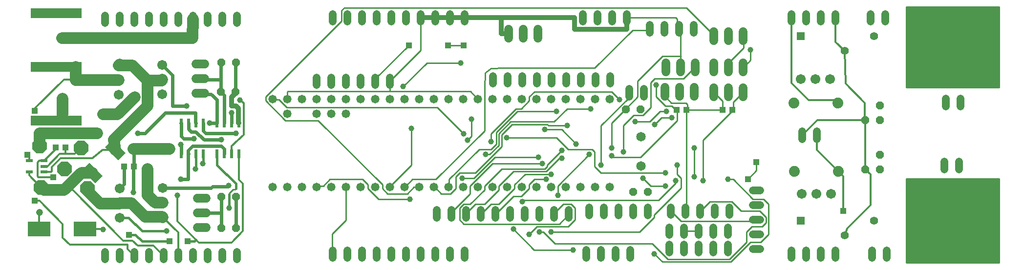
<source format=gbl>
G75*
%MOIN*%
%OFA0B0*%
%FSLAX25Y25*%
%IPPOS*%
%LPD*%
%AMOC8*
5,1,8,0,0,1.08239X$1,22.5*
%
%ADD10OC8,0.05200*%
%ADD11C,0.06000*%
%ADD12OC8,0.10000*%
%ADD13C,0.05800*%
%ADD14C,0.06750*%
%ADD15R,0.02100X0.06300*%
%ADD16C,0.06500*%
%ADD17C,0.05200*%
%ADD18R,0.15748X0.09843*%
%ADD19R,0.35000X0.07000*%
%ADD20R,0.05543X0.05543*%
%ADD21C,0.05543*%
%ADD22C,0.07400*%
%ADD23R,0.03937X0.04331*%
%ADD24R,0.07087X0.12598*%
%ADD25R,0.04724X0.02362*%
%ADD26C,0.02400*%
%ADD27C,0.03962*%
%ADD28C,0.01000*%
%ADD29C,0.01575*%
%ADD30C,0.03200*%
%ADD31C,0.03187*%
%ADD32C,0.00984*%
%ADD33R,0.03962X0.03962*%
%ADD34C,0.05000*%
%ADD35C,0.07874*%
%ADD36C,0.01200*%
%ADD37C,0.04750*%
%ADD38R,0.04750X0.04750*%
%ADD39C,0.04000*%
%ADD40C,0.01600*%
%ADD41R,0.03100X0.03100*%
%ADD42C,0.03100*%
D10*
X0251967Y0149681D03*
X0261967Y0149681D03*
X0261967Y0171020D03*
X0251967Y0171020D03*
X0251573Y0242634D03*
X0261573Y0242634D03*
X0261967Y0262594D03*
X0251967Y0262594D03*
X0528089Y0230665D03*
X0538089Y0230665D03*
X0533148Y0174209D03*
X0543148Y0174209D03*
X0691396Y0189799D03*
X0701396Y0189799D03*
X0701396Y0199799D03*
X0701396Y0223264D03*
X0691396Y0223264D03*
X0701396Y0233264D03*
D11*
X0607974Y0239366D02*
X0607974Y0245366D01*
X0597974Y0245366D02*
X0597974Y0239366D01*
X0587974Y0239366D02*
X0587974Y0245366D01*
X0574510Y0245681D02*
X0574510Y0239681D01*
X0564510Y0239681D02*
X0564510Y0245681D01*
X0554510Y0245681D02*
X0554510Y0239681D01*
X0555297Y0256374D02*
X0555297Y0262374D01*
X0565297Y0262374D02*
X0565297Y0256374D01*
X0575297Y0256374D02*
X0575297Y0262374D01*
X0587974Y0262453D02*
X0587974Y0256453D01*
X0597974Y0256453D02*
X0597974Y0262453D01*
X0607974Y0262453D02*
X0607974Y0256453D01*
X0608100Y0277835D02*
X0608100Y0283835D01*
X0598100Y0283835D02*
X0598100Y0277835D01*
X0588100Y0277835D02*
X0588100Y0283835D01*
X0468112Y0285382D02*
X0468112Y0279382D01*
X0458112Y0279382D02*
X0458112Y0285382D01*
X0448112Y0285382D02*
X0448112Y0279382D01*
X0240793Y0261650D02*
X0234793Y0261650D01*
X0234793Y0251650D02*
X0240793Y0251650D01*
X0240793Y0241650D02*
X0234793Y0241650D01*
X0235581Y0169988D02*
X0241581Y0169988D01*
X0241581Y0159988D02*
X0235581Y0159988D01*
X0235581Y0149988D02*
X0241581Y0149988D01*
D12*
X0160510Y0176807D03*
X0145116Y0189878D03*
X0129014Y0177516D03*
X0128069Y0205665D03*
X0156415Y0204484D03*
D13*
X0287100Y0177862D03*
X0297100Y0177862D03*
X0307100Y0177862D03*
X0317100Y0177862D03*
X0327100Y0177862D03*
X0337100Y0177862D03*
X0347100Y0177862D03*
X0357100Y0177862D03*
X0367100Y0177862D03*
X0377100Y0177862D03*
X0387100Y0177862D03*
X0397100Y0177862D03*
X0407100Y0177862D03*
X0417100Y0177862D03*
X0427100Y0177862D03*
X0437100Y0177862D03*
X0447100Y0177862D03*
X0457100Y0177862D03*
X0467100Y0177862D03*
X0477100Y0177862D03*
X0487100Y0177862D03*
X0497100Y0177862D03*
X0507100Y0177862D03*
X0517100Y0177862D03*
X0517100Y0237862D03*
X0507100Y0237862D03*
X0497100Y0237862D03*
X0487100Y0237862D03*
X0477100Y0237862D03*
X0467100Y0237862D03*
X0457100Y0237862D03*
X0447100Y0237862D03*
X0437100Y0237862D03*
X0427100Y0237862D03*
X0417100Y0237862D03*
X0407100Y0237862D03*
X0397100Y0237862D03*
X0387100Y0237862D03*
X0377100Y0237862D03*
X0367100Y0237862D03*
X0357100Y0237862D03*
X0347100Y0237862D03*
X0337100Y0237862D03*
X0327100Y0237862D03*
X0317100Y0237862D03*
X0307100Y0237862D03*
X0297100Y0237862D03*
X0287100Y0237862D03*
X0297100Y0227862D03*
X0317100Y0227862D03*
X0327100Y0227862D03*
X0337100Y0227862D03*
D14*
X0212085Y0177043D03*
X0212085Y0167043D03*
X0212085Y0157043D03*
X0182675Y0156650D03*
X0182675Y0166650D03*
X0182675Y0176650D03*
X0181998Y0240862D03*
X0181998Y0250862D03*
X0181998Y0260862D03*
X0211793Y0260941D03*
X0211793Y0250941D03*
X0211793Y0240941D03*
X0647360Y0251394D03*
X0657360Y0251394D03*
X0667360Y0251394D03*
X0667852Y0173146D03*
X0657852Y0173146D03*
X0647852Y0173146D03*
D15*
X0263955Y0200412D03*
X0258955Y0200412D03*
X0253955Y0200412D03*
X0248955Y0200412D03*
X0239545Y0200412D03*
X0234545Y0200412D03*
X0229545Y0200412D03*
X0224545Y0200412D03*
X0224545Y0221312D03*
X0229545Y0221312D03*
X0234545Y0221312D03*
X0239545Y0221312D03*
X0248955Y0221312D03*
X0253955Y0221312D03*
X0258955Y0221312D03*
X0263955Y0221312D03*
D16*
X0538435Y0212185D03*
X0538435Y0192185D03*
D17*
X0172557Y0133423D02*
X0172557Y0128223D01*
X0182557Y0128223D02*
X0182557Y0133423D01*
X0192557Y0133423D02*
X0192557Y0128223D01*
X0202557Y0128223D02*
X0202557Y0133423D01*
X0212557Y0133423D02*
X0212557Y0128223D01*
X0222557Y0128223D02*
X0222557Y0133423D01*
X0232557Y0133423D02*
X0232557Y0128223D01*
X0242557Y0128223D02*
X0242557Y0133423D01*
X0252557Y0133423D02*
X0252557Y0128223D01*
X0262557Y0128223D02*
X0262557Y0133423D01*
X0328069Y0134407D02*
X0328069Y0129207D01*
X0338069Y0129207D02*
X0338069Y0134407D01*
X0348069Y0134407D02*
X0348069Y0129207D01*
X0358069Y0129207D02*
X0358069Y0134407D01*
X0368069Y0134407D02*
X0368069Y0129207D01*
X0378069Y0129207D02*
X0378069Y0134407D01*
X0388069Y0134407D02*
X0388069Y0129207D01*
X0398069Y0129207D02*
X0398069Y0134407D01*
X0408069Y0134407D02*
X0408069Y0129207D01*
X0418069Y0129207D02*
X0418069Y0134407D01*
X0418935Y0156766D02*
X0418935Y0161966D01*
X0408935Y0161966D02*
X0408935Y0156766D01*
X0398935Y0156766D02*
X0398935Y0161966D01*
X0428935Y0161966D02*
X0428935Y0156766D01*
X0438935Y0156766D02*
X0438935Y0161966D01*
X0448935Y0161966D02*
X0448935Y0156766D01*
X0458935Y0156766D02*
X0458935Y0161966D01*
X0468935Y0161966D02*
X0468935Y0156766D01*
X0478935Y0156766D02*
X0478935Y0161966D01*
X0488935Y0161966D02*
X0488935Y0156766D01*
X0502872Y0158490D02*
X0502872Y0163690D01*
X0512872Y0163690D02*
X0512872Y0158490D01*
X0522872Y0158490D02*
X0522872Y0163690D01*
X0532872Y0163690D02*
X0532872Y0158490D01*
X0542872Y0158490D02*
X0542872Y0163690D01*
X0558667Y0163738D02*
X0558667Y0158538D01*
X0568667Y0158538D02*
X0568667Y0163738D01*
X0578667Y0163738D02*
X0578667Y0158538D01*
X0588667Y0158538D02*
X0588667Y0163738D01*
X0598667Y0163738D02*
X0598667Y0158538D01*
X0614563Y0155429D02*
X0619763Y0155429D01*
X0597793Y0150155D02*
X0597793Y0144955D01*
X0597793Y0138344D02*
X0597793Y0133144D01*
X0587793Y0133144D02*
X0587793Y0138344D01*
X0577793Y0138344D02*
X0577793Y0133144D01*
X0567793Y0133144D02*
X0567793Y0138344D01*
X0557793Y0138344D02*
X0557793Y0133144D01*
X0557793Y0144955D02*
X0557793Y0150155D01*
X0567793Y0150155D02*
X0567793Y0144955D01*
X0577793Y0144955D02*
X0577793Y0150155D01*
X0587793Y0150155D02*
X0587793Y0144955D01*
X0614563Y0145429D02*
X0619763Y0145429D01*
X0619763Y0135429D02*
X0614563Y0135429D01*
X0640963Y0134407D02*
X0640963Y0129207D01*
X0650963Y0129207D02*
X0650963Y0134407D01*
X0660963Y0134407D02*
X0660963Y0129207D01*
X0670963Y0129207D02*
X0670963Y0134407D01*
X0696081Y0134407D02*
X0696081Y0129207D01*
X0706081Y0129207D02*
X0706081Y0134407D01*
X0619763Y0165429D02*
X0614563Y0165429D01*
X0614563Y0175429D02*
X0619763Y0175429D01*
X0648344Y0210408D02*
X0648344Y0215608D01*
X0658344Y0215608D02*
X0658344Y0210408D01*
X0745293Y0194939D02*
X0745293Y0189739D01*
X0755293Y0189739D02*
X0755293Y0194939D01*
X0756437Y0232683D02*
X0756437Y0237883D01*
X0746437Y0237883D02*
X0746437Y0232683D01*
X0705077Y0290624D02*
X0705077Y0295824D01*
X0695077Y0295824D02*
X0695077Y0290624D01*
X0670963Y0290624D02*
X0670963Y0295824D01*
X0660963Y0295824D02*
X0660963Y0290624D01*
X0650963Y0290624D02*
X0650963Y0295824D01*
X0640963Y0295824D02*
X0640963Y0290624D01*
X0574211Y0288210D02*
X0574211Y0283010D01*
X0564211Y0283010D02*
X0564211Y0288210D01*
X0554211Y0288210D02*
X0554211Y0283010D01*
X0544211Y0283010D02*
X0544211Y0288210D01*
X0528738Y0290624D02*
X0528738Y0295824D01*
X0518738Y0295824D02*
X0518738Y0290624D01*
X0508738Y0290624D02*
X0508738Y0295824D01*
X0498738Y0295824D02*
X0498738Y0290624D01*
X0497203Y0253502D02*
X0497203Y0248302D01*
X0507203Y0248302D02*
X0507203Y0253502D01*
X0517203Y0253502D02*
X0517203Y0248302D01*
X0530234Y0244643D02*
X0530234Y0239443D01*
X0540234Y0239443D02*
X0540234Y0244643D01*
X0487203Y0248302D02*
X0487203Y0253502D01*
X0477203Y0253502D02*
X0477203Y0248302D01*
X0467203Y0248302D02*
X0467203Y0253502D01*
X0457203Y0253502D02*
X0457203Y0248302D01*
X0447203Y0248302D02*
X0447203Y0253502D01*
X0437203Y0253502D02*
X0437203Y0248302D01*
X0367065Y0247317D02*
X0367065Y0252517D01*
X0357065Y0252517D02*
X0357065Y0247317D01*
X0347065Y0247317D02*
X0347065Y0252517D01*
X0337065Y0252517D02*
X0337065Y0247317D01*
X0327065Y0247317D02*
X0327065Y0252517D01*
X0317065Y0252517D02*
X0317065Y0247317D01*
X0328069Y0290624D02*
X0328069Y0295824D01*
X0338069Y0295824D02*
X0338069Y0290624D01*
X0348069Y0290624D02*
X0348069Y0295824D01*
X0358069Y0295824D02*
X0358069Y0290624D01*
X0368069Y0290624D02*
X0368069Y0295824D01*
X0378069Y0295824D02*
X0378069Y0290624D01*
X0388069Y0290624D02*
X0388069Y0295824D01*
X0398069Y0295824D02*
X0398069Y0290624D01*
X0408069Y0290624D02*
X0408069Y0295824D01*
X0418069Y0295824D02*
X0418069Y0290624D01*
X0262557Y0289640D02*
X0262557Y0294840D01*
X0252557Y0294840D02*
X0252557Y0289640D01*
X0242557Y0289640D02*
X0242557Y0294840D01*
X0232557Y0294840D02*
X0232557Y0289640D01*
X0222557Y0289640D02*
X0222557Y0294840D01*
X0212557Y0294840D02*
X0212557Y0289640D01*
X0202557Y0289640D02*
X0202557Y0294840D01*
X0192557Y0294840D02*
X0192557Y0289640D01*
X0182557Y0289640D02*
X0182557Y0294840D01*
X0172557Y0294840D02*
X0172557Y0289640D01*
X0500938Y0134607D02*
X0500938Y0129407D01*
X0510938Y0129407D02*
X0510938Y0134607D01*
X0520938Y0134607D02*
X0520938Y0129407D01*
X0530938Y0129407D02*
X0530938Y0134607D01*
D18*
X0159156Y0148933D03*
X0127659Y0148933D03*
D19*
X0139439Y0222988D03*
X0139439Y0259602D03*
X0139439Y0296295D03*
D20*
X0647380Y0280843D03*
X0647380Y0154858D03*
D21*
X0677380Y0144858D03*
X0697380Y0154858D03*
X0677380Y0270843D03*
X0697380Y0280843D03*
D22*
X0672518Y0235154D03*
X0642518Y0235154D03*
X0643010Y0188402D03*
X0673010Y0188402D03*
D23*
X0600825Y0230232D03*
X0594132Y0230232D03*
X0569329Y0230232D03*
X0562636Y0230232D03*
X0192360Y0191846D03*
X0185667Y0191846D03*
X0145608Y0204642D03*
X0138915Y0204642D03*
D24*
G36*
X0157112Y0189392D02*
X0162123Y0194403D01*
X0171030Y0185496D01*
X0166019Y0180485D01*
X0157112Y0189392D01*
G37*
G36*
X0172702Y0204982D02*
X0177713Y0209993D01*
X0186620Y0201086D01*
X0181609Y0196075D01*
X0172702Y0204982D01*
G37*
D25*
X0131163Y0195587D03*
X0131163Y0191846D03*
X0131163Y0188106D03*
X0120880Y0188106D03*
X0120880Y0195587D03*
D26*
X0182675Y0176650D02*
X0185667Y0179642D01*
X0185667Y0191846D01*
X0191967Y0191453D02*
X0192360Y0191846D01*
X0192360Y0203264D01*
X0191967Y0203657D01*
X0194919Y0214484D02*
X0199841Y0214484D01*
X0213620Y0228264D01*
X0234289Y0228264D01*
X0234289Y0221568D01*
X0234545Y0221312D01*
X0229545Y0221312D02*
X0229545Y0217260D01*
X0231337Y0215469D01*
X0234289Y0215469D01*
X0240195Y0210055D01*
X0252006Y0210055D01*
X0252006Y0205626D02*
X0253974Y0203657D01*
X0253974Y0200432D01*
X0253955Y0200412D01*
X0253974Y0200393D01*
X0252006Y0205626D02*
X0232321Y0205626D01*
X0229368Y0202673D01*
X0229368Y0200235D01*
X0229545Y0200412D01*
X0229368Y0200235D02*
X0229368Y0182988D01*
X0224447Y0182988D01*
X0212124Y0177083D02*
X0212085Y0177043D01*
X0245077Y0177043D01*
X0246100Y0178067D01*
X0256435Y0178067D01*
X0256927Y0178559D01*
X0251967Y0171020D02*
X0251967Y0159366D01*
X0251344Y0159988D01*
X0238581Y0159988D01*
X0251967Y0159366D02*
X0251967Y0149681D01*
X0261967Y0149681D02*
X0261967Y0171020D01*
X0224545Y0200412D02*
X0224545Y0205528D01*
X0224447Y0206610D01*
X0226415Y0210547D02*
X0224545Y0212417D01*
X0224545Y0221312D01*
X0224447Y0221411D01*
X0239545Y0221312D02*
X0239545Y0216118D01*
X0241179Y0214484D01*
X0261848Y0214484D01*
X0258955Y0221312D02*
X0258955Y0228205D01*
X0258896Y0228264D01*
X0253955Y0221312D02*
X0253955Y0240252D01*
X0251573Y0242634D01*
X0251573Y0250902D01*
X0238541Y0250902D01*
X0237793Y0251650D01*
X0251573Y0250902D02*
X0251573Y0262201D01*
X0251967Y0262594D01*
X0261573Y0262201D02*
X0261967Y0262594D01*
X0261573Y0262201D02*
X0261573Y0242634D01*
X0248955Y0237220D02*
X0245116Y0241059D01*
X0238384Y0241059D01*
X0237793Y0241650D01*
X0248955Y0237220D02*
X0248955Y0221312D01*
X0244194Y0221312D01*
X0244132Y0221374D01*
X0233305Y0210547D02*
X0226415Y0210547D01*
X0191967Y0191453D02*
X0191967Y0174130D01*
X0218541Y0233185D02*
X0218541Y0254193D01*
X0211793Y0260941D01*
X0218541Y0233185D02*
X0228384Y0233185D01*
D27*
X0228384Y0233185D03*
X0258896Y0228264D03*
X0244132Y0221374D03*
X0261848Y0214484D03*
X0252006Y0210055D03*
X0233305Y0210547D03*
X0224447Y0206610D03*
X0239211Y0193815D03*
X0234289Y0189878D03*
X0224447Y0182988D03*
X0201809Y0189878D03*
X0191967Y0174130D03*
X0221986Y0172161D03*
X0256927Y0178559D03*
X0257419Y0163303D03*
X0214604Y0147555D03*
X0171297Y0148539D03*
X0194919Y0214484D03*
X0264801Y0237122D03*
X0376163Y0246370D03*
X0415486Y0262457D03*
X0480726Y0229390D03*
X0487876Y0219559D03*
X0472683Y0216878D03*
X0494132Y0207047D03*
X0484301Y0202579D03*
X0484301Y0197217D03*
X0470896Y0193642D03*
X0468215Y0198110D03*
X0477152Y0186492D03*
X0473577Y0182917D03*
X0481620Y0172193D03*
X0457490Y0167724D03*
X0451234Y0148957D03*
X0461959Y0145382D03*
X0469108Y0147169D03*
X0477152Y0147169D03*
X0491844Y0134764D03*
X0547478Y0132008D03*
X0554904Y0178449D03*
X0562053Y0182024D03*
X0554904Y0187386D03*
X0562947Y0192748D03*
X0574565Y0184705D03*
X0580821Y0182024D03*
X0597801Y0182917D03*
X0574565Y0204366D03*
X0547754Y0220453D03*
X0534348Y0222240D03*
X0555797Y0229390D03*
X0559372Y0224921D03*
X0523624Y0237433D03*
X0503963Y0231177D03*
X0548648Y0247264D03*
X0612994Y0271394D03*
X0518262Y0204366D03*
X0518262Y0199004D03*
X0503069Y0199898D03*
X0511112Y0192748D03*
X0526305Y0201685D03*
X0539711Y0183811D03*
X0446766Y0211516D03*
X0436041Y0208835D03*
X0419955Y0209728D03*
X0417274Y0214197D03*
X0422636Y0224028D03*
X0381526Y0217772D03*
X0432467Y0199898D03*
X0416380Y0183811D03*
X0380632Y0169512D03*
D28*
X0359183Y0169512D01*
X0352033Y0176661D01*
X0352033Y0179343D01*
X0348459Y0182917D01*
X0326116Y0182917D01*
X0321648Y0178449D01*
X0317179Y0178449D01*
X0317100Y0177862D01*
X0361864Y0176661D02*
X0365439Y0173087D01*
X0378844Y0173087D01*
X0383313Y0177555D01*
X0386888Y0177555D01*
X0387100Y0177862D01*
X0382419Y0182917D02*
X0377951Y0178449D01*
X0377100Y0177862D01*
X0382419Y0182917D02*
X0398506Y0182917D01*
X0431573Y0215984D01*
X0431573Y0245476D01*
X0432124Y0255823D01*
X0436061Y0258776D01*
X0444978Y0258882D01*
X0506644Y0258882D01*
X0532561Y0284799D01*
X0544179Y0284799D01*
X0544211Y0285610D01*
X0569203Y0299992D02*
X0587970Y0281224D01*
X0588100Y0280835D01*
X0565628Y0266925D02*
X0565297Y0266925D01*
X0553116Y0266925D01*
X0536136Y0249945D01*
X0536136Y0239220D01*
X0528093Y0231177D01*
X0528089Y0230665D01*
X0527199Y0230283D01*
X0518262Y0221346D01*
X0518262Y0204366D01*
X0506644Y0201685D02*
X0504856Y0203472D01*
X0488770Y0203472D01*
X0480726Y0211516D01*
X0446766Y0211516D01*
X0443191Y0213303D02*
X0443191Y0205260D01*
X0425317Y0187386D01*
X0414593Y0187386D01*
X0411911Y0184705D01*
X0411911Y0176661D01*
X0408337Y0173087D01*
X0402081Y0173087D01*
X0397612Y0177555D01*
X0397100Y0177862D01*
X0407100Y0177862D02*
X0407443Y0178449D01*
X0407443Y0182917D01*
X0427998Y0203472D01*
X0436041Y0203472D01*
X0439616Y0207047D01*
X0439616Y0215091D01*
X0453915Y0229390D01*
X0480726Y0229390D01*
X0478939Y0222240D02*
X0487876Y0231177D01*
X0503963Y0231177D01*
X0518262Y0242795D02*
X0523624Y0237433D01*
X0529880Y0238327D02*
X0529880Y0241902D01*
X0530234Y0242043D01*
X0529880Y0238327D02*
X0511112Y0219559D01*
X0511112Y0192748D01*
X0506644Y0191854D02*
X0511112Y0187386D01*
X0554904Y0187386D01*
X0562947Y0186492D02*
X0562947Y0192748D01*
X0562947Y0186492D02*
X0565628Y0183811D01*
X0565628Y0177055D01*
X0547254Y0158681D01*
X0547254Y0157000D01*
X0537423Y0147169D01*
X0477152Y0147169D01*
X0471789Y0147169D02*
X0479833Y0139126D01*
X0545967Y0139126D01*
X0556691Y0128402D01*
X0598695Y0128402D01*
X0610313Y0140020D01*
X0610313Y0147169D01*
X0613888Y0150744D01*
X0621037Y0150744D01*
X0623719Y0153425D01*
X0623719Y0157000D01*
X0619250Y0161469D01*
X0606738Y0161469D01*
X0600482Y0167724D01*
X0585289Y0167724D01*
X0579033Y0161469D01*
X0578667Y0161138D01*
X0569203Y0161469D02*
X0568667Y0161138D01*
X0569203Y0161469D02*
X0569203Y0229390D01*
X0569329Y0230232D01*
X0562947Y0229390D02*
X0562636Y0230232D01*
X0562053Y0230283D01*
X0559372Y0232965D01*
X0554904Y0232965D01*
X0548648Y0239220D01*
X0548648Y0247264D01*
X0545073Y0249051D02*
X0547754Y0251732D01*
X0567415Y0251732D01*
X0574565Y0258882D01*
X0575297Y0259374D01*
X0545073Y0249051D02*
X0545073Y0232071D01*
X0539711Y0226709D01*
X0533455Y0226709D01*
X0526305Y0219559D01*
X0526305Y0201685D01*
X0519156Y0198110D02*
X0518262Y0199004D01*
X0519156Y0198110D02*
X0537923Y0198110D01*
X0562947Y0223134D01*
X0562947Y0229390D01*
X0555797Y0229390D02*
X0551329Y0229390D01*
X0544179Y0222240D01*
X0534348Y0222240D01*
X0547754Y0220453D02*
X0552222Y0224921D01*
X0559372Y0224921D01*
X0580821Y0209728D02*
X0600482Y0229390D01*
X0600825Y0230232D01*
X0601376Y0230283D01*
X0601376Y0235646D01*
X0607632Y0241902D01*
X0607974Y0242366D01*
X0607974Y0259453D02*
X0608526Y0259776D01*
X0612994Y0264244D01*
X0612994Y0271394D01*
X0569203Y0299992D02*
X0335947Y0299992D01*
X0334159Y0298205D01*
X0334159Y0291055D01*
X0282325Y0239220D01*
X0282325Y0236539D01*
X0295730Y0223134D01*
X0318073Y0223134D01*
X0361864Y0179343D01*
X0361864Y0176661D01*
X0367100Y0177862D02*
X0367226Y0178449D01*
X0381526Y0192748D01*
X0381526Y0217772D01*
X0399400Y0232071D02*
X0417274Y0214197D01*
X0419955Y0209728D02*
X0422636Y0212409D01*
X0422636Y0224028D01*
X0436041Y0214197D02*
X0436041Y0208835D01*
X0436041Y0214197D02*
X0453022Y0231177D01*
X0456596Y0231177D01*
X0461959Y0236539D01*
X0461959Y0239220D01*
X0465533Y0242795D01*
X0518262Y0242795D01*
X0478939Y0222240D02*
X0449447Y0222240D01*
X0441404Y0214197D01*
X0441404Y0206154D01*
X0435148Y0199898D01*
X0432467Y0199898D01*
X0438722Y0198110D02*
X0424423Y0183811D01*
X0416380Y0183811D01*
X0421742Y0178449D02*
X0421742Y0173087D01*
X0408337Y0159681D01*
X0408935Y0159366D01*
X0414593Y0163256D02*
X0414593Y0155213D01*
X0417274Y0152531D01*
X0482514Y0152531D01*
X0488770Y0158787D01*
X0488935Y0159366D01*
X0493238Y0163256D02*
X0493238Y0155213D01*
X0488770Y0150744D01*
X0467321Y0150744D01*
X0461959Y0145382D01*
X0469108Y0147169D02*
X0471789Y0147169D01*
X0465427Y0134764D02*
X0491844Y0134764D01*
X0465427Y0134764D02*
X0451234Y0148957D01*
X0439616Y0159681D02*
X0438935Y0159366D01*
X0439616Y0159681D02*
X0451234Y0171299D01*
X0456596Y0171299D01*
X0461959Y0176661D01*
X0461959Y0179343D01*
X0465533Y0182917D01*
X0473577Y0182917D01*
X0481620Y0178449D02*
X0481620Y0172193D01*
X0485195Y0165937D02*
X0478939Y0159681D01*
X0478935Y0159366D01*
X0485195Y0165937D02*
X0490557Y0165937D01*
X0493238Y0163256D01*
X0481620Y0178449D02*
X0503069Y0199898D01*
X0506644Y0201685D02*
X0506644Y0191854D01*
X0484301Y0197217D02*
X0482514Y0197217D01*
X0473577Y0188280D01*
X0451234Y0188280D01*
X0441404Y0178449D01*
X0441404Y0175768D01*
X0431573Y0165937D01*
X0425317Y0165937D01*
X0419061Y0159681D01*
X0418935Y0159366D01*
X0414593Y0163256D02*
X0417274Y0165937D01*
X0421742Y0165937D01*
X0431573Y0175768D01*
X0431573Y0178449D01*
X0443191Y0190067D01*
X0472683Y0190067D01*
X0474470Y0191854D01*
X0474470Y0192748D01*
X0484301Y0202579D01*
X0494132Y0207047D02*
X0484301Y0216878D01*
X0472683Y0216878D01*
X0475364Y0219559D02*
X0474470Y0220453D01*
X0450341Y0220453D01*
X0443191Y0213303D01*
X0438722Y0198110D02*
X0468215Y0198110D01*
X0470896Y0193642D02*
X0436935Y0193642D01*
X0421742Y0178449D01*
X0436041Y0165937D02*
X0429785Y0159681D01*
X0428935Y0159366D01*
X0436041Y0165937D02*
X0441404Y0165937D01*
X0452128Y0176661D01*
X0452128Y0179343D01*
X0459278Y0186492D01*
X0477152Y0186492D01*
X0458384Y0168618D02*
X0457490Y0167724D01*
X0458384Y0168618D02*
X0550435Y0168618D01*
X0562053Y0180236D01*
X0562053Y0182024D01*
X0554904Y0178449D02*
X0545073Y0178449D01*
X0539711Y0183811D01*
X0574565Y0184705D02*
X0574565Y0204366D01*
X0580821Y0209728D02*
X0580821Y0182024D01*
X0597801Y0182917D02*
X0601376Y0182917D01*
X0614781Y0169512D01*
X0621931Y0169512D01*
X0625506Y0165937D01*
X0625506Y0145382D01*
X0620144Y0140020D01*
X0612994Y0140020D01*
X0599589Y0126614D01*
X0552872Y0126614D01*
X0547478Y0132008D01*
X0565628Y0154319D02*
X0615675Y0154319D01*
X0616569Y0155213D01*
X0617163Y0155429D01*
X0565628Y0154319D02*
X0559372Y0160575D01*
X0558667Y0161138D01*
X0487876Y0219559D02*
X0475364Y0219559D01*
X0399400Y0232071D02*
X0296624Y0232071D01*
X0291262Y0237433D01*
X0287687Y0237433D01*
X0287100Y0237862D01*
X0376163Y0246370D02*
X0392250Y0262457D01*
X0415486Y0262457D01*
X0261848Y0176591D02*
X0261762Y0175972D01*
X0259974Y0175972D01*
X0257293Y0173291D01*
X0257419Y0172654D01*
D29*
X0257419Y0163303D01*
X0261848Y0176591D02*
X0261848Y0180035D01*
X0249053Y0192831D01*
X0249053Y0200314D01*
X0248955Y0200412D01*
X0239545Y0200412D02*
X0239545Y0194150D01*
X0239211Y0193815D01*
X0234545Y0190134D02*
X0234289Y0189878D01*
X0234545Y0190134D02*
X0234545Y0200412D01*
X0188778Y0156650D02*
X0182675Y0156650D01*
X0188778Y0156650D02*
X0197872Y0147555D01*
X0214604Y0147555D01*
D30*
X0263955Y0221312D02*
X0263817Y0221450D01*
X0263817Y0231217D01*
X0261848Y0233185D01*
X0258896Y0233185D01*
X0258896Y0239091D01*
X0261573Y0241768D01*
X0261573Y0242634D01*
X0418069Y0293224D02*
X0442951Y0293224D01*
X0442951Y0282382D01*
X0448112Y0282382D01*
X0442951Y0293224D02*
X0493148Y0293224D01*
X0493148Y0285350D01*
X0528738Y0285350D01*
X0528738Y0293224D01*
D31*
X0418069Y0293224D02*
X0408069Y0293224D01*
X0398069Y0293224D01*
X0388069Y0293224D01*
D32*
X0388069Y0270921D01*
X0367065Y0249917D01*
X0367163Y0249819D01*
X0367163Y0243028D01*
X0421935Y0243028D01*
X0427100Y0237862D01*
X0367163Y0243028D02*
X0297281Y0243028D01*
X0297100Y0242846D01*
X0297100Y0237862D01*
X0357065Y0249917D02*
X0357065Y0251630D01*
X0379959Y0274524D01*
X0406533Y0274524D02*
X0417360Y0274524D01*
X0528738Y0293224D02*
X0562045Y0293224D01*
X0563030Y0292240D01*
X0563030Y0286791D01*
X0564211Y0285610D01*
X0565297Y0284524D01*
X0565297Y0266925D01*
X0565297Y0259374D01*
X0554510Y0242681D02*
X0554510Y0239736D01*
X0559093Y0235154D01*
X0568935Y0235154D01*
X0569919Y0234169D01*
X0569919Y0230823D01*
X0569329Y0230232D01*
X0594132Y0230232D01*
X0594132Y0236209D01*
X0587974Y0242366D01*
X0597974Y0259453D02*
X0597974Y0262224D01*
X0608305Y0272555D01*
X0608305Y0280130D01*
X0608100Y0280835D01*
X0617163Y0194799D02*
X0617163Y0188894D01*
X0611258Y0182988D01*
X0577793Y0147555D02*
X0567793Y0147555D01*
X0337100Y0154894D02*
X0327793Y0145587D01*
X0327793Y0132083D01*
X0328069Y0131807D01*
X0337100Y0154894D02*
X0337100Y0177862D01*
D33*
X0228876Y0140665D03*
X0216573Y0140665D03*
X0189014Y0145094D03*
X0124545Y0168224D03*
X0137341Y0184465D03*
X0119624Y0199720D03*
X0124545Y0229740D03*
X0379959Y0274524D03*
X0406533Y0274524D03*
X0417360Y0274524D03*
X0617163Y0194799D03*
X0611258Y0182988D03*
X0676219Y0161335D03*
D34*
X0153581Y0258776D02*
X0152754Y0259602D01*
X0139439Y0259602D01*
D35*
X0152754Y0259602D02*
X0152754Y0250862D01*
X0181998Y0250862D01*
X0191356Y0260862D02*
X0201809Y0250409D01*
X0211262Y0250409D01*
X0211793Y0250941D01*
X0201809Y0250409D02*
X0201809Y0233185D01*
X0178677Y0210053D01*
X0179661Y0203034D01*
X0191967Y0203657D02*
X0216573Y0203657D01*
X0201809Y0189878D02*
X0201809Y0172161D01*
X0206927Y0167043D01*
X0212085Y0167043D01*
X0211730Y0157398D02*
X0199841Y0157398D01*
X0190589Y0166650D01*
X0182675Y0166650D01*
X0182281Y0166256D01*
X0169329Y0166256D01*
X0160510Y0175075D01*
X0160510Y0176807D01*
X0156560Y0187444D02*
X0144722Y0175606D01*
X0130923Y0175606D01*
X0129014Y0177516D01*
X0129565Y0178067D01*
X0156560Y0187444D02*
X0164071Y0187444D01*
X0128069Y0205665D02*
X0128069Y0212516D01*
X0127990Y0212516D01*
X0127990Y0214484D01*
X0167360Y0214484D01*
X0171297Y0227280D02*
X0181140Y0227280D01*
X0192951Y0239091D01*
X0143738Y0238106D02*
X0143738Y0227287D01*
X0181998Y0260862D02*
X0191356Y0260862D01*
X0182557Y0261421D02*
X0181998Y0260862D01*
X0143246Y0279445D02*
X0232321Y0279445D01*
X0232557Y0292240D01*
X0211730Y0157398D02*
X0212085Y0157043D01*
D36*
X0222557Y0146571D01*
X0222557Y0130823D01*
X0212557Y0130823D02*
X0205667Y0137713D01*
X0194919Y0137713D01*
X0191474Y0141157D01*
X0185077Y0141157D01*
X0150628Y0175606D01*
X0144722Y0175606D01*
X0129014Y0177516D02*
X0120880Y0185650D01*
X0120880Y0188106D01*
X0126514Y0184957D02*
X0127006Y0184465D01*
X0137341Y0184465D01*
X0135864Y0187909D02*
X0131360Y0187909D01*
X0131163Y0188106D01*
X0131163Y0191846D02*
X0133404Y0191846D01*
X0141770Y0200213D01*
X0145215Y0200213D01*
X0145608Y0200606D01*
X0145608Y0204642D01*
X0138915Y0204642D02*
X0138915Y0203339D01*
X0131163Y0195587D01*
X0127793Y0195587D01*
X0126514Y0194307D01*
X0126514Y0184957D01*
X0135864Y0187909D02*
X0136356Y0188402D01*
X0136356Y0191354D01*
X0142262Y0197260D01*
X0163915Y0197260D01*
X0171166Y0203034D01*
X0179661Y0203034D01*
X0156415Y0204484D02*
X0152144Y0200213D01*
X0145215Y0200213D01*
X0120880Y0198465D02*
X0120880Y0195587D01*
X0120880Y0198465D02*
X0119624Y0199720D01*
X0124545Y0229740D02*
X0124545Y0231217D01*
X0144722Y0250902D01*
X0152715Y0250902D01*
X0152754Y0250862D01*
X0258955Y0205685D02*
X0267262Y0213500D01*
X0267262Y0235154D01*
X0264801Y0237122D01*
X0258955Y0205685D02*
X0258955Y0200412D01*
X0263955Y0200412D02*
X0263955Y0182850D01*
X0266770Y0180035D01*
X0266770Y0147555D01*
X0258896Y0139681D01*
X0236750Y0139681D01*
X0234781Y0141650D01*
X0221986Y0154445D01*
X0221986Y0172161D01*
X0171297Y0148539D02*
X0170904Y0148933D01*
X0159156Y0148933D01*
X0148659Y0138205D02*
X0143738Y0143126D01*
X0143738Y0152476D01*
X0127990Y0168224D01*
X0124545Y0168224D01*
X0127990Y0160350D02*
X0127659Y0160020D01*
X0127659Y0148933D01*
X0148659Y0138205D02*
X0188030Y0138205D01*
X0188030Y0135350D01*
X0192557Y0130823D01*
X0640963Y0248756D02*
X0652596Y0237122D01*
X0670549Y0237122D01*
X0672518Y0235154D01*
X0677872Y0248264D02*
X0690982Y0235154D01*
X0690982Y0223677D01*
X0691396Y0223264D01*
X0658600Y0223264D01*
X0648344Y0213008D01*
X0658344Y0213008D02*
X0658344Y0203067D01*
X0673010Y0188402D01*
X0676219Y0185193D01*
X0676219Y0161335D01*
X0678856Y0149209D02*
X0694919Y0165272D01*
X0694919Y0186276D01*
X0691396Y0189799D01*
X0691396Y0223264D01*
X0677872Y0248264D02*
X0677380Y0270843D01*
X0670963Y0276768D01*
X0670963Y0293224D01*
X0640963Y0293224D02*
X0640963Y0248756D01*
X0678856Y0149209D02*
X0677380Y0144858D01*
D37*
X0216573Y0203657D03*
X0191967Y0203657D03*
X0167360Y0214484D03*
X0171297Y0227280D03*
X0192951Y0239091D03*
X0143738Y0238106D03*
X0127990Y0160350D03*
D38*
X0143246Y0279445D03*
D39*
X0143738Y0227287D02*
X0139439Y0222988D01*
D40*
X0189014Y0145094D02*
X0193443Y0145094D01*
X0197872Y0140665D01*
X0216573Y0140665D01*
X0228876Y0140665D02*
X0233797Y0140665D01*
X0234781Y0141650D01*
X0719526Y0141517D02*
X0782186Y0141517D01*
X0782186Y0143115D02*
X0719526Y0143115D01*
X0719526Y0144714D02*
X0782186Y0144714D01*
X0782186Y0146312D02*
X0719526Y0146312D01*
X0719526Y0147911D02*
X0782186Y0147911D01*
X0782186Y0149509D02*
X0719526Y0149509D01*
X0719526Y0151108D02*
X0782186Y0151108D01*
X0782186Y0152706D02*
X0719526Y0152706D01*
X0719526Y0154305D02*
X0782186Y0154305D01*
X0782186Y0155903D02*
X0719526Y0155903D01*
X0719526Y0157502D02*
X0782186Y0157502D01*
X0782186Y0159100D02*
X0719526Y0159100D01*
X0719526Y0160699D02*
X0782186Y0160699D01*
X0782186Y0162297D02*
X0719526Y0162297D01*
X0719526Y0163896D02*
X0782186Y0163896D01*
X0782186Y0165494D02*
X0719526Y0165494D01*
X0719526Y0167093D02*
X0782186Y0167093D01*
X0782186Y0168691D02*
X0719526Y0168691D01*
X0719526Y0170290D02*
X0782186Y0170290D01*
X0782186Y0171888D02*
X0719526Y0171888D01*
X0719526Y0173487D02*
X0782186Y0173487D01*
X0782186Y0175085D02*
X0719526Y0175085D01*
X0719526Y0176684D02*
X0782186Y0176684D01*
X0782186Y0178282D02*
X0719526Y0178282D01*
X0719526Y0179881D02*
X0782186Y0179881D01*
X0782186Y0181479D02*
X0719526Y0181479D01*
X0719526Y0182988D02*
X0782186Y0182988D01*
X0782186Y0126233D01*
X0719526Y0126233D01*
X0719526Y0182988D01*
X0719526Y0139918D02*
X0782186Y0139918D01*
X0782186Y0138320D02*
X0719526Y0138320D01*
X0719526Y0136721D02*
X0782186Y0136721D01*
X0782186Y0135123D02*
X0719526Y0135123D01*
X0719526Y0133524D02*
X0782186Y0133524D01*
X0782186Y0131926D02*
X0719526Y0131926D01*
X0719526Y0130327D02*
X0782186Y0130327D01*
X0782186Y0128729D02*
X0719526Y0128729D01*
X0719526Y0127130D02*
X0782186Y0127130D01*
X0782186Y0245980D02*
X0719526Y0245980D01*
X0719526Y0300334D01*
X0782186Y0300334D01*
X0782186Y0245980D01*
X0782186Y0247018D02*
X0719526Y0247018D01*
X0719526Y0248617D02*
X0782186Y0248617D01*
X0782186Y0250215D02*
X0719526Y0250215D01*
X0719526Y0251814D02*
X0782186Y0251814D01*
X0782186Y0253412D02*
X0719526Y0253412D01*
X0719526Y0255011D02*
X0782186Y0255011D01*
X0782186Y0256610D02*
X0719526Y0256610D01*
X0719526Y0258208D02*
X0782186Y0258208D01*
X0782186Y0259807D02*
X0719526Y0259807D01*
X0719526Y0261405D02*
X0782186Y0261405D01*
X0782186Y0263004D02*
X0719526Y0263004D01*
X0719526Y0264602D02*
X0782186Y0264602D01*
X0782186Y0266201D02*
X0719526Y0266201D01*
X0719526Y0267799D02*
X0782186Y0267799D01*
X0782186Y0269398D02*
X0719526Y0269398D01*
X0719526Y0270996D02*
X0782186Y0270996D01*
X0782186Y0272595D02*
X0719526Y0272595D01*
X0719526Y0274193D02*
X0782186Y0274193D01*
X0782186Y0275792D02*
X0719526Y0275792D01*
X0719526Y0277390D02*
X0782186Y0277390D01*
X0782186Y0278989D02*
X0719526Y0278989D01*
X0719526Y0280587D02*
X0782186Y0280587D01*
X0782186Y0282186D02*
X0719526Y0282186D01*
X0719526Y0283784D02*
X0782186Y0283784D01*
X0782186Y0285383D02*
X0719526Y0285383D01*
X0719526Y0286981D02*
X0782186Y0286981D01*
X0782186Y0288580D02*
X0719526Y0288580D01*
X0719526Y0290178D02*
X0782186Y0290178D01*
X0782186Y0291777D02*
X0719526Y0291777D01*
X0719526Y0293375D02*
X0782186Y0293375D01*
X0782186Y0294974D02*
X0719526Y0294974D01*
X0719526Y0296572D02*
X0782186Y0296572D01*
X0782186Y0298171D02*
X0719526Y0298171D01*
X0719526Y0299769D02*
X0782186Y0299769D01*
D41*
X0752894Y0282389D03*
X0750394Y0282389D03*
X0750394Y0279889D03*
X0750394Y0277389D03*
X0750394Y0274889D03*
X0750394Y0272389D03*
X0750394Y0269889D03*
X0750394Y0267389D03*
X0750394Y0264889D03*
X0752894Y0264889D03*
X0752894Y0267389D03*
X0752894Y0269889D03*
X0752894Y0272389D03*
X0752894Y0274889D03*
X0752894Y0277389D03*
X0752894Y0279889D03*
X0751789Y0163165D03*
X0751730Y0160665D03*
X0751730Y0158165D03*
X0751730Y0155665D03*
X0751730Y0153165D03*
X0751730Y0150665D03*
X0751730Y0148165D03*
X0751730Y0145665D03*
X0749230Y0145665D03*
X0749230Y0148165D03*
X0749230Y0150665D03*
X0749230Y0153165D03*
X0749230Y0155665D03*
X0749230Y0158165D03*
X0749230Y0160665D03*
X0749230Y0163165D03*
D42*
X0746730Y0163165D03*
X0754230Y0163165D03*
X0754230Y0145665D03*
X0746730Y0145665D03*
X0747894Y0264889D03*
X0755394Y0264889D03*
X0755394Y0282389D03*
X0747894Y0282389D03*
M02*

</source>
